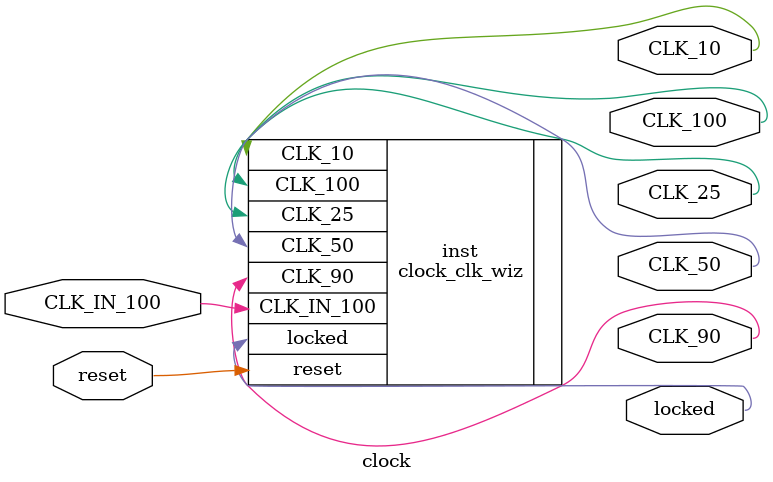
<source format=v>


`timescale 1ps/1ps

(* CORE_GENERATION_INFO = "clock,clk_wiz_v5_4_2_0,{component_name=clock,use_phase_alignment=true,use_min_o_jitter=false,use_max_i_jitter=false,use_dyn_phase_shift=false,use_inclk_switchover=false,use_dyn_reconfig=false,enable_axi=0,feedback_source=FDBK_AUTO,PRIMITIVE=MMCM,num_out_clk=5,clkin1_period=10.000,clkin2_period=10.000,use_power_down=false,use_reset=true,use_locked=true,use_inclk_stopped=false,feedback_type=SINGLE,CLOCK_MGR_TYPE=NA,manual_override=false}" *)

module clock 
 (
  // Clock out ports
  output        CLK_100,
  output        CLK_90,
  output        CLK_50,
  output        CLK_25,
  output        CLK_10,
  // Status and control signals
  input         reset,
  output        locked,
 // Clock in ports
  input         CLK_IN_100
 );

  clock_clk_wiz inst
  (
  // Clock out ports  
  .CLK_100(CLK_100),
  .CLK_90(CLK_90),
  .CLK_50(CLK_50),
  .CLK_25(CLK_25),
  .CLK_10(CLK_10),
  // Status and control signals               
  .reset(reset), 
  .locked(locked),
 // Clock in ports
  .CLK_IN_100(CLK_IN_100)
  );

endmodule

</source>
